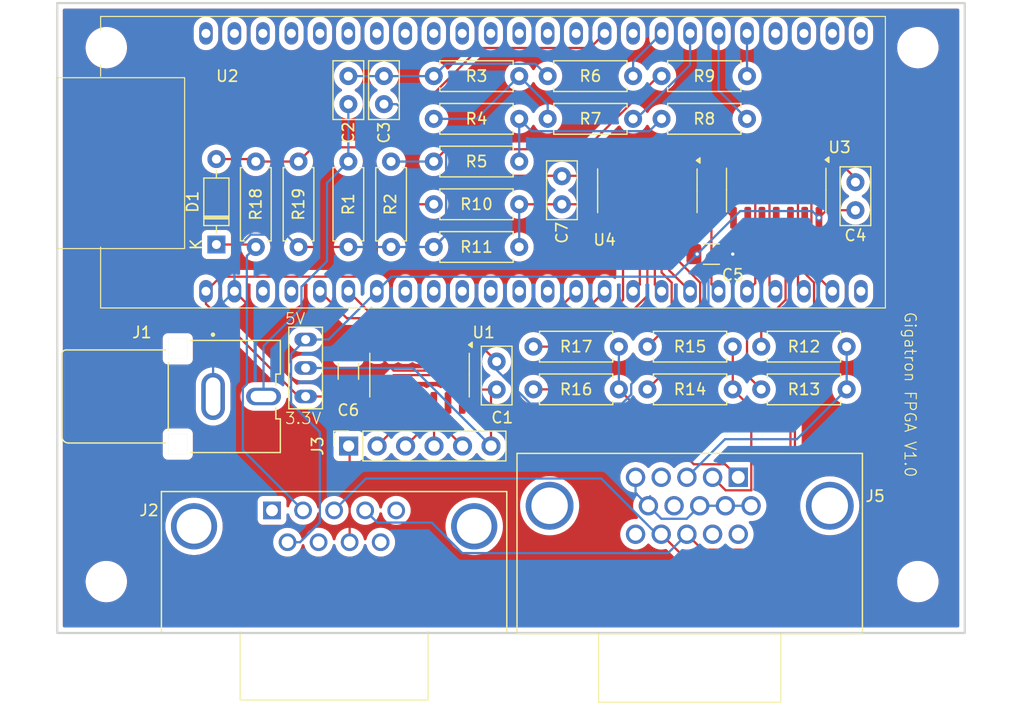
<source format=kicad_pcb>
(kicad_pcb (version 20240108) (generator "pcbnew") (generator_version "8.0")
  (layers (0 "F.Cu" signal) (31 "B.Cu" signal) (34 "B.Paste" user) (35 "F.Paste" user) (36 "B.SilkS" user "B.Silkscreen") (37 "F.SilkS" user "F.Silkscreen") (38 "B.Mask" user) (39 "F.Mask" user) (44 "Edge.Cuts" user))
  (net 0 "")
  (net 1 "/VSYNC")
  (net 2 "/Blue")
  (net 4 "/HSYNC")
  (net 5 "/Green")
  (net 6 "+5V")
  (net 7 "GND")
  (net 8 "/DATA")
  (net 11 "Net-(U3-B4)")
  (net 12 "Net-(U3-B3)")
  (net 13 "Net-(R2-Pad2)")
  (net 16 "+3.3V")
  (net 17 "/LATCH")
  (net 18 "/PULSE")
  (net 19 "Net-(J3-Pin_6)")
  (net 20 "Net-(C2-Pad2)")
  (net 21 "Net-(C2-Pad1)")
  (net 22 "Net-(U3-OE)")
  (net 23 "Net-(J3-Pin_3)")
  (net 24 "Net-(J3-Pin_4)")
  (net 25 "Net-(J3-Pin_5)")
  (net 26 "Net-(J3-Pin_2)")
  (net 31 "/Red")
  (net 32 "Net-(R3-Pad2)")
  (net 33 "Net-(R4-Pad2)")
  (net 34 "Net-(U2-PIN28_IOB11B)")
  (net 35 "Net-(U2-PIN27_IOB11A)")
  (net 36 "Net-(U2-PIN26_IOB8B)")
  (net 37 "Net-(U2-PIN25_IOB8A)")
  (net 38 "Net-(U4-B1)")
  (net 39 "Net-(U4-B2)")
  (net 40 "Net-(U4-B3)")
  (net 41 "Net-(U4-B4)")
  (net 42 "Net-(U1-A3)")
  (net 45 "Net-(U1-A4)")
  (net 46 "Net-(U1-A2)")
  (net 47 "Net-(U1-A1)")
  (net 48 "Net-(U2-PIN80_IOT12A_1V8)")
  (net 49 "Net-(U2-PIN82_IOT11A_1V8)")
  (net 50 "Net-(U2-PIN83_IOT10B_1V8)")
  (net 51 "Net-(U2-PIN81_IOT11B_1V)")
  (net 53 "Net-(U2-PIN79_IOT12B_1V8)")
  (net 54 "Net-(U2-PIN84_IOT10A_1V8)")
  (net 59 "Net-(D1-A)")
  (footprint "parts:AMPHENOL_L717SDE09PA4CH4R" (layer "F.Cu") (at 127.205 137.945)
    (property "Reference" "J2")
    (property "Value" "NES Controller")
  )
  (footprint "Resistor_THT:R_Axial_DIN0207_L6.3mm_D2.5mm_P7.62mm_Horizontal" (layer "F.Cu") (at 146.05 101.6)
    (property "Reference" "R7")
    (property "Value" "20k")
  )
  (footprint "Package_SO:SOIC-14_3.9x8.7mm_P1.27mm" (layer "F.Cu") (at 166.435 107.95 -90)
    (property "Reference" "U3")
    (property "Value" "TXB0104D")
  )
  (footprint "Resistor_THT:R_Axial_DIN0207_L6.3mm_D2.5mm_P7.62mm_Horizontal" (layer "F.Cu") (at 135.89 101.6)
    (property "Reference" "R4")
    (property "Value" "10k")
  )
  (footprint "Resistor_THT:R_Axial_DIN0207_L6.3mm_D2.5mm_P7.62mm_Horizontal" (layer "F.Cu") (at 123.825 105.41 -90)
    (property "Reference" "R19")
    (property "Value" "10k")
  )
  (footprint "Package_SO:SOIC-14_3.9x8.7mm_P1.27mm" (layer "F.Cu") (at 154.94 108.015 -90)
    (property "Reference" "U4")
    (property "Value" "TXB0104D")
  )
  (footprint "Resistor_THT:R_Axial_DIN0207_L6.3mm_D2.5mm_P7.62mm_Horizontal" (layer "F.Cu") (at 154.94 121.92)
    (property "Reference" "R15")
    (property "Value" "750")
  )
  (footprint "Capacitor_THT:C_Disc_D5.0mm_W2.5mm_P2.50mm" (layer "F.Cu") (at 173.5 109.75 90)
    (property "Reference" "C4")
    (property "Value" "0.1µ")
  )
  (footprint "Resistor_THT:R_Axial_DIN0207_L6.3mm_D2.5mm_P7.62mm_Horizontal" (layer "F.Cu") (at 143.51 105.41 180)
    (property "Reference" "R5")
    (property "Value" "10k")
  )
  (footprint "parts:TangNano9k" (layer "F.Cu") (at 146.05 105.55 180)
    (property "Reference" "U2")
    (property "Value" "Tang Nano 9K")
  )
  (footprint "Connector_PinSocket_2.54mm:PinSocket_1x06_P2.54mm_Vertical" (layer "F.Cu") (at 128.295 130.785 90)
    (property "Reference" "J3")
    (property "Value" "Conn_01x06_Socket")
  )
  (footprint "Resistor_THT:R_Axial_DIN0207_L6.3mm_D2.5mm_P7.62mm_Horizontal" (layer "F.Cu") (at 144.78 125.73)
    (property "Reference" "R16")
    (property "Value" "1k5")
  )
  (footprint "parts:Jumper" (layer "F.Cu") (at 124.46 123.825 90)
    (property "Reference" "JP1" (hide yes))
    (property "Value" "Jumper_3_Bridged12")
  )
  (footprint "Resistor_THT:R_Axial_DIN0207_L6.3mm_D2.5mm_P7.62mm_Horizontal" (layer "F.Cu") (at 165.1 125.73)
    (property "Reference" "R13")
    (property "Value" "750")
  )
  (footprint "Resistor_THT:R_Axial_DIN0207_L6.3mm_D2.5mm_P7.62mm_Horizontal" (layer "F.Cu") (at 128.27 105.41 -90)
    (property "Reference" "R1")
    (property "Value" "10k")
  )
  (footprint "Capacitor_SMD:C_1206_3216Metric_Pad1.33x1.80mm_HandSolder" (layer "F.Cu") (at 128.27 124.1175 -90)
    (property "Reference" "C6")
    (property "Value" "0.1µ")
  )
  (footprint "parts:CUI_RCJ-041" (layer "F.Cu") (at 112.205 126.365 180)
    (property "Reference" "J1")
    (property "Value" "Audio")
    (fp_line (start 0 5.15) (end 0 3.35) (stroke (width 0.01)) (layer "Edge.Cuts"))
    (fp_line (start 0 3.35) (end -1.7 3.35) (stroke (width 0.01)) (layer "Edge.Cuts"))
    (fp_line (start 0 -3.35) (end 0 -5.15) (stroke (width 0.01)) (layer "Edge.Cuts"))
    (fp_line (start 0 -5.15) (end -1.7 -5.15) (stroke (width 0.01)) (layer "Edge.Cuts"))
    (fp_line (start -1.7 5.15) (end 0 5.15) (stroke (width 0.01)) (layer "Edge.Cuts"))
    (fp_line (start -1.7 3.35) (end -1.7 5.15) (stroke (width 0.01)) (layer "Edge.Cuts"))
    (fp_line (start -1.7 -3.35) (end 0 -3.35) (stroke (width 0.01)) (layer "Edge.Cuts"))
    (fp_line (start -1.7 -5.15) (end -1.7 -3.35) (stroke (width 0.01)) (layer "Edge.Cuts"))
  )
  (footprint "parts:AMPHENOL_L77HDE15SD1CH4R" (layer "F.Cu") (at 158.71825 136.1125)
    (property "Reference" "J5")
    (property "Value" "VGA")
  )
  (footprint "Resistor_THT:R_Axial_DIN0207_L6.3mm_D2.5mm_P7.62mm_Horizontal" (layer "F.Cu") (at 156.21 97.79)
    (property "Reference" "R9")
    (property "Value" "20k")
  )
  (footprint "Resistor_THT:R_Axial_DIN0207_L6.3mm_D2.5mm_P7.62mm_Horizontal" (layer "F.Cu") (at 135.89 97.79)
    (property "Reference" "R3")
    (property "Value" "10k")
  )
  (footprint "Resistor_THT:R_Axial_DIN0207_L6.3mm_D2.5mm_P7.62mm_Horizontal" (layer "F.Cu") (at 146.05 97.79)
    (property "Reference" "R6")
    (property "Value" "20k")
  )
  (footprint "Resistor_THT:R_Axial_DIN0207_L6.3mm_D2.5mm_P7.62mm_Horizontal" (layer "F.Cu") (at 135.89 109.22)
    (property "Reference" "R10")
    (property "Value" "1k8")
  )
  (footprint "Capacitor_SMD:C_1206_3216Metric_Pad1.33x1.80mm_HandSolder" (layer "F.Cu") (at 160.655 113.665 180)
    (property "Reference" "C5")
    (property "Value" "0.1µ")
  )
  (footprint "Resistor_THT:R_Axial_DIN0207_L6.3mm_D2.5mm_P7.62mm_Horizontal" (layer "F.Cu") (at 156.21 101.6)
    (property "Reference" "R8")
    (property "Value" "20k")
  )
  (footprint "MountingHole:MountingHole_3.2mm_M3" (layer "F.Cu") (at 179.07 95.25)
    (property "Reference" "REF**" (hide yes))
    (property "Value" "MountingHole_3.2mm_M3")
  )
  (footprint "Resistor_THT:R_Axial_DIN0207_L6.3mm_D2.5mm_P7.62mm_Horizontal" (layer "F.Cu") (at 120.015 113.03 90)
    (property "Reference" "R18")
    (property "Value" "5k1")
  )
  (footprint "Capacitor_THT:C_Disc_D5.0mm_W2.5mm_P2.50mm" (layer "F.Cu") (at 141.5 125.75 90)
    (property "Reference" "C1")
    (property "Value" "0.1µ")
  )
  (footprint "MountingHole:MountingHole_3.2mm_M3" (layer "F.Cu") (at 106.68 142.875)
    (property "Reference" "REF**" (hide yes))
    (property "Value" "MountingHole_3.2mm_M3")
  )
  (footprint "Resistor_THT:R_Axial_DIN0207_L6.3mm_D2.5mm_P7.62mm_Horizontal" (layer "F.Cu") (at 144.78 121.92)
    (property "Reference" "R17")
    (property "Value" "750")
  )
  (footprint "Package_SO:SOIC-14_3.9x8.7mm_P1.27mm" (layer "F.Cu") (at 134.62 124.46 -90)
    (property "Reference" "U1")
    (property "Value" "TXB0104D")
  )
  (footprint "Capacitor_THT:C_Disc_D5.0mm_W2.5mm_P2.50mm" (layer "F.Cu") (at 128.27 100.29 90)
    (property "Reference" "C2")
    (property "Value" "0.1µ")
  )
  (footprint "Capacitor_THT:C_Disc_D5.0mm_W2.5mm_P2.50mm" (layer "F.Cu") (at 131.445 97.79 -90)
    (property "Reference" "C3")
    (property "Value" "0.1µ")
  )
  (footprint "Resistor_THT:R_Axial_DIN0207_L6.3mm_D2.5mm_P7.62mm_Horizontal" (layer "F.Cu") (at 154.94 125.73)
    (property "Reference" "R14")
    (property "Value" "1k5")
  )
  (footprint "MountingHole:MountingHole_3.2mm_M3" (layer "F.Cu") (at 179.07 142.875)
    (property "Reference" "REF**" (hide yes))
    (property "Value" "MountingHole_3.2mm_M3")
  )
  (footprint "Capacitor_THT:C_Disc_D5.0mm_W2.5mm_P2.50mm" (layer "F.Cu") (at 147.32 109.22 90)
    (property "Reference" "C7")
    (property "Value" "0.1µ")
  )
  (footprint "Resistor_THT:R_Axial_DIN0207_L6.3mm_D2.5mm_P7.62mm_Horizontal" (layer "F.Cu") (at 165.1 121.92)
    (property "Reference" "R12")
    (property "Value" "1k5")
  )
  (footprint "Diode_THT:D_DO-35_SOD27_P7.62mm_Horizontal" (layer "F.Cu") (at 116.5 112.81 90)
    (property "Reference" "D1")
    (property "Value" "1N4148")
  )
  (footprint "Resistor_THT:R_Axial_DIN0207_L6.3mm_D2.5mm_P7.62mm_Horizontal" (layer "F.Cu") (at 132.08 113.03 90)
    (property "Reference" "R2")
    (property "Value" "20k")
  )
  (footprint "Resistor_THT:R_Axial_DIN0207_L6.3mm_D2.5mm_P7.62mm_Horizontal" (layer "F.Cu") (at 143.51 113.03 180)
    (property "Reference" "R11")
    (property "Value" "2k2")
  )
  (footprint "MountingHole:MountingHole_3.2mm_M3" (layer "F.Cu") (at 106.68 95.25)
    (property "Reference" "REF**" (hide yes))
    (property "Value" "MountingHole_3.2mm_M3")
  )
  (gr_rect (start 102.305 91.275) (end 183.255 147.46) (stroke (width 0.2)) (fill none) (layer "Edge.Cuts"))
  (gr_text "3.3V" (at 122.555 128.905 0) (layer "F.SilkS") (effects (font (size 1 1) (thickness 0.1)) (justify left bottom)))
  (gr_text "Gigatron FPGA V1.0" (at 177.8 118.745 270) (layer "F.SilkS") (effects (font (size 1 1) (thickness 0.1)) (justify left bottom)))
  (gr_text "5V" (at 122.555 120.015 0) (layer "F.SilkS") (effects (font (size 1 1) (thickness 0.1)) (justify left bottom)))
  (segment (start 164.300686 140.43) (end 168.105 136.625686) (width 0.2) (layer "F.Cu") (net 1))
  (segment (start 169.81 116.207208) (end 168.975 115.372208) (width 0.2) (layer "F.Cu") (net 1))
  (segment (start 169.81 118.215) (end 169.81 116.207208) (width 0.2) (layer "F.Cu") (net 1))
  (segment (start 168.975 115.372208) (end 168.975 110.425) (width 0.2) (layer "F.Cu") (net 1))
  (segment (start 168.105 119.92) (end 169.81 118.215) (width 0.2) (layer "F.Cu") (net 1))
  (segment (start 168.105 136.625686) (end 168.105 119.92) (width 0.2) (layer "F.Cu") (net 1))
  (segment (start 156.17825 138.6525) (end 157.95575 140.43) (width 0.2) (layer "F.Cu") (net 1))
  (segment (start 157.95575 140.43) (end 164.300686 140.43) (width 0.2) (layer "F.Cu") (net 1))
  (segment (start 127 136.525) (end 129.8455 133.6795) (width 0.2) (layer "B.Cu") (net 1))
  (segment (start 155.7975 138.6525) (end 156.17825 138.6525) (width 0.2) (layer "B.Cu") (net 1))
  (segment (start 150.8245 133.6795) (end 155.7975 138.6525) (width 0.2) (layer "B.Cu") (net 1))
  (segment (start 129.8455 133.6795) (end 150.8245 133.6795) (width 0.2) (layer "B.Cu") (net 1))
  (segment (start 158.46825 133.5725) (end 161.86575 130.175) (width 0.2) (layer "B.Cu") (net 2))
  (segment (start 168.275 130.175) (end 172.72 125.73) (width 0.2) (layer "B.Cu") (net 2))
  (segment (start 161.86575 130.175) (end 168.275 130.175) (width 0.2) (layer "B.Cu") (net 2))
  (segment (start 172.72 121.92) (end 172.72 125.73) (width 0.2) (layer "B.Cu") (net 2))
  (segment (start 164.135 140.03) (end 159.84575 140.03) (width 0.2) (layer "F.Cu") (net 4))
  (segment (start 159.84575 140.03) (end 158.46825 138.6525) (width 0.2) (layer "F.Cu") (net 4))
  (segment (start 167.705 136.46) (end 164.135 140.03) (width 0.2) (layer "F.Cu") (net 4))
  (segment (start 167.705 110.425) (end 167.705 136.46) (width 0.2) (layer "F.Cu") (net 4))
  (segment (start 156.78575 140.335) (end 158.46825 138.6525) (width 0.2) (layer "B.Cu") (net 4))
  (segment (start 130.8575 137.6125) (end 135.7075 137.6125) (width 0.2) (layer "B.Cu") (net 4))
  (segment (start 138.43 140.335) (end 156.78575 140.335) (width 0.2) (layer "B.Cu") (net 4))
  (segment (start 129.77 136.525) (end 130.8575 137.6125) (width 0.2) (layer "B.Cu") (net 4))
  (segment (start 135.7075 137.6125) (end 138.43 140.335) (width 0.2) (layer "B.Cu") (net 4))
  (segment (start 164.21075 134.735) (end 164.21075 127.38075) (width 0.2) (layer "F.Cu") (net 5))
  (segment (start 164.21075 127.38075) (end 162.56 125.73) (width 0.2) (layer "F.Cu") (net 5))
  (segment (start 160.75825 133.5725) (end 161.92075 134.735) (width 0.2) (layer "F.Cu") (net 5))
  (segment (start 162.56 121.92) (end 162.56 125.73) (width 0.2) (layer "F.Cu") (net 5))
  (segment (start 161.92075 134.735) (end 164.21075 134.735) (width 0.2) (layer "F.Cu") (net 5))
  (segment (start 158.75 113.3225) (end 159.0925 113.665) (width 0.2) (layer "F.Cu") (net 6))
  (segment (start 170.92 109.75) (end 170.245 110.425) (width 0.2) (layer "F.Cu") (net 6))
  (segment (start 173.5 109.75) (end 170.92 109.75) (width 0.2) (layer "F.Cu") (net 6))
  (segment (start 158.75 110.49) (end 158.75 113.3225) (width 0.2) (layer "F.Cu") (net 6))
  (via (at 170.245 110.425) (size 0.6) (drill 0.3) (layers "F.Cu" "B.Cu") (net 6))
  (via (at 159.385 113.665) (size 0.6) (drill 0.3) (layers "F.Cu" "B.Cu") (net 6))
  (segment (start 132.11 115.68) (end 157.37 115.68) (width 0.2) (layer "B.Cu") (net 6))
  (segment (start 126.505 121.285) (end 124.46 121.285) (width 0.2) (layer "B.Cu") (net 6))
  (segment (start 122.845 139.365) (end 123.958693 139.365) (width 0.2) (layer "B.Cu") (net 6))
  (segment (start 170.245 110.425) (end 169.645 109.825) (width 0.2) (layer "B.Cu") (net 6))
  (segment (start 125.73 137.593693) (end 125.73 129.54) (width 0.2) (layer "B.Cu") (net 6))
  (segment (start 125.73 129.54) (end 123.16 126.97) (width 0.2) (layer "B.Cu") (net 6))
  (segment (start 130.81 116.98) (end 126.505 121.285) (width 0.2) (layer "B.Cu") (net 6))
  (segment (start 157.37 115.68) (end 159.385 113.665) (width 0.2) (layer "B.Cu") (net 6))
  (segment (start 123.958693 139.365) (end 125.73 137.593693) (width 0.2) (layer "B.Cu") (net 6))
  (segment (start 169.645 109.825) (end 163.225 109.825) (width 0.2) (layer "B.Cu") (net 6))
  (segment (start 130.81 116.98) (end 132.11 115.68) (width 0.2) (layer "B.Cu") (net 6))
  (segment (start 163.225 109.825) (end 159.385 113.665) (width 0.2) (layer "B.Cu") (net 6))
  (segment (start 123.16 122.585) (end 124.46 121.285) (width 0.2) (layer "B.Cu") (net 6))
  (segment (start 123.16 126.97) (end 123.16 122.585) (width 0.2) (layer "B.Cu") (net 6))
  (segment (start 173.5 107.25) (end 173.5 106.894314) (width 0.2) (layer "F.Cu") (net 7))
  (segment (start 149.99 106.68) (end 142.24 106.68) (width 0.2) (layer "F.Cu") (net 7))
  (segment (start 162.625 104.500001) (end 162.625 105.475) (width 0.2) (layer "F.Cu") (net 7))
  (segment (start 139.075 120.71) (end 139.075 120.825) (width 0.2) (layer "F.Cu") (net 7))
  (segment (start 173.5 106.894314) (end 170.345686 103.74) (width 0.2) (layer "F.Cu") (net 7))
  (segment (start 151.8 104.524448) (end 152.819448 103.505) (width 0.2) (layer "F.Cu") (net 7))
  (segment (start 127.735 131.345) (end 128.295 130.785) (width 0.2) (layer "F.Cu") (net 7))
  (segment (start 138.089448 120.71) (end 137.794314 121.005134) (width 0.2) (layer "F.Cu") (net 7))
  (segment (start 136.994314 124.06) (end 132.315 124.06) (width 0.2) (layer "F.Cu") (net 7))
  (segment (start 163.385001 103.74) (end 162.625 104.500001) (width 0.2) (layer "F.Cu") (net 7))
  (segment (start 137.794314 123.26) (end 136.994314 124.06) (width 0.2) (layer "F.Cu") (net 7))
  (segment (start 152.819448 103.505) (end 160.655 103.505) (width 0.2) (layer "F.Cu") (net 7))
  (segment (start 137.794314 121.005134) (end 137.794314 123.26) (width 0.2) (layer "F.Cu") (net 7))
  (segment (start 130.81 122.555) (end 130.81 121.985) (width 0.2) (layer "F.Cu") (net 7))
  (segment (start 151.8 104.87) (end 151.8 104.524448) (width 0.2) (layer "F.Cu") (net 7))
  (segment (start 139.075 120.825) (end 141.5 123.25) (width 0.2) (layer "F.Cu") (net 7))
  (segment (start 118.11 116.98) (end 123.685 122.555) (width 0.2) (layer "F.Cu") (net 7))
  (segment (start 123.685 122.555) (end 128.27 122.555) (width 0.2) (layer "F.Cu") (net 7))
  (segment (start 170.345686 103.74) (end 163.385001 103.74) (width 0.2) (layer "F.Cu") (net 7))
  (segment (start 128.385 130.875) (end 128.295 130.785) (width 0.2) (layer "F.Cu") (net 7))
  (segment (start 130.24 122.555) (end 128.27 122.555) (width 0.2) (layer "F.Cu") (net 7))
  (segment (start 142.24 106.68) (end 135.89 113.03) (width 0.2) (layer "F.Cu") (net 7))
  (segment (start 160.655 103.505) (end 162.625 105.475) (width 0.2) (layer "F.Cu") (net 7))
  (segment (start 151.13 105.54) (end 149.99 106.68) (width 0.2) (layer "F.Cu") (net 7))
  (segment (start 132.315 124.06) (end 130.81 122.555) (width 0.2) (layer "F.Cu") (net 7))
  (segment (start 128.385 139.365) (end 128.385 130.875) (width 0.2) (layer "F.Cu") (net 7))
  (segment (start 130.81 121.985) (end 130.24 122.555) (width 0.2) (layer "F.Cu") (net 7))
  (segment (start 139.075 120.71) (end 138.089448 120.71) (width 0.2) (layer "F.Cu") (net 7))
  (segment (start 151.13 105.54) (end 151.8 104.87) (width 0.2) (layer "F.Cu") (net 7))
  (segment (start 123.825 113.03) (end 128.27 113.03) (width 0.2) (layer "F.Cu") (net 7))
  (via (at 162.56 113.665) (size 0.6) (drill 0.3) (layers "F.Cu" "B.Cu") (net 7))
  (segment (start 128.27 113.03) (end 135.89 113.03) (width 0.2) (layer "B.Cu") (net 7))
  (segment (start 155.03325 136.1125) (end 156.19575 137.275) (width 0.2) (layer "B.Cu") (net 7))
  (segment (start 116.205 118.885) (end 118.11 116.98) (width 0.2) (layer "B.Cu") (net 7))
  (segment (start 136.99 111.93) (end 135.89 113.03) (width 0.2) (layer "B.Cu") (net 7))
  (segment (start 153.5 125.274365) (end 160.39 118.384365) (width 0.2) (layer "B.Cu") (net 7))
  (segment (start 144.494365 127) (end 152.685635 127) (width 0.2) (layer "B.Cu") (net 7))
  (segment (start 128.295 130.785) (end 127.67 130.16) (width 0.2) (layer "B.Cu") (net 7))
  (segment (start 119.559365 111.93) (end 122.725 111.93) (width 0.2) (layer "B.Cu") (net 7))
  (segment (start 153.88825 134.9675) (end 155.03325 136.1125) (width 0.2) (layer "B.Cu") (net 7))
  (segment (start 132.57637 100.29) (end 136.99 104.70363) (width 0.2) (layer "B.Cu") (net 7))
  (segment (start 153.88825 133.5725) (end 153.88825 134.9675) (width 0.2) (layer "B.Cu") (net 7))
  (segment (start 141.5 124.005635) (end 144.494365 127) (width 0.2) (layer "B.Cu") (net 7))
  (segment (start 152.685635 127) (end 153.5 126.185635) (width 0.2) (layer "B.Cu") (net 7))
  (segment (start 160.39 115.835) (end 162.56 113.665) (width 0.2) (layer "B.Cu") (net 7))
  (segment (start 116.205 126.365) (end 116.205 118.885) (width 0.2) (layer "B.Cu") (net 7))
  (segment (start 122.725 111.93) (end 123.825 113.03) (width 0.2) (layer "B.Cu") (net 7))
  (segment (start 160.39 118.384365) (end 160.39 115.835) (width 0.2) (layer "B.Cu") (net 7))
  (segment (start 164.19325 136.1125) (end 159.61325 136.1125) (width 0.2) (layer "B.Cu") (net 7))
  (segment (start 156.19575 137.275) (end 158.45075 137.275) (width 0.2) (layer "B.Cu") (net 7))
  (segment (start 131.445 100.29) (end 132.57637 100.29) (width 0.2) (layer "B.Cu") (net 7))
  (segment (start 155.19 135.255) (end 155.19 136.65) (width 0.2) (layer "B.Cu") (net 7))
  (segment (start 118.11 113.379365) (end 119.559365 111.93) (width 0.2) (layer "B.Cu") (net 7))
  (segment (start 118.11 116.98) (end 118.11 113.379365) (width 0.2) (layer "B.Cu") (net 7))
  (segment (start 158.45075 137.275) (end 159.61325 136.1125) (width 0.2) (layer "B.Cu") (net 7))
  (segment (start 153.5 126.185635) (end 153.5 125.274365) (width 0.2) (layer "B.Cu") (net 7))
  (segment (start 136.99 104.70363) (end 136.99 111.93) (width 0.2) (layer "B.Cu") (net 7))
  (segment (start 141.5 123.25) (end 141.5 124.005635) (width 0.2) (layer "B.Cu") (net 7))
  (segment (start 119.795 112.81) (end 120.015 113.03) (width 0.2) (layer "F.Cu") (net 8))
  (segment (start 116.5 112.81) (end 119.795 112.81) (width 0.2) (layer "F.Cu") (net 8))
  (segment (start 118.855 131.15) (end 124.23 136.525) (width 0.2) (layer "B.Cu") (net 8))
  (segment (start 118.855 125.62) (end 118.855 131.15) (width 0.2) (layer "B.Cu") (net 8))
  (segment (start 123.945 136.6) (end 123.625 136.92) (width 0.2) (layer "B.Cu") (net 8))
  (segment (start 119.215001 113.829999) (end 119.215001 125.259999) (width 0.2) (layer "B.Cu") (net 8))
  (segment (start 120.015 113.03) (end 119.215001 113.829999) (width 0.2) (layer "B.Cu") (net 8))
  (segment (start 119.215001 125.259999) (end 118.855 125.62) (width 0.2) (layer "B.Cu") (net 8))
  (segment (start 163.83 124.46) (end 165.1 125.73) (width 0.2) (layer "F.Cu") (net 11))
  (segment (start 165.165 110.425) (end 165.165 119.292106) (width 0.2) (layer "F.Cu") (net 11))
  (segment (start 163.83 120.627106) (end 163.83 124.46) (width 0.2) (layer "F.Cu") (net 11))
  (segment (start 165.165 119.292106) (end 163.83 120.627106) (width 0.2) (layer "F.Cu") (net 11))
  (segment (start 165.1 119.922792) (end 167.27 117.752792) (width 0.2) (layer "F.Cu") (net 12))
  (segment (start 165.1 121.92) (end 165.1 119.922792) (width 0.2) (layer "F.Cu") (net 12))
  (segment (start 166.435 111.825) (end 166.435 110.425) (width 0.2) (layer "F.Cu") (net 12))
  (segment (start 167.27 112.66) (end 166.435 111.825) (width 0.2) (layer "F.Cu") (net 12))
  (segment (start 167.27 117.752792) (end 167.27 112.66) (width 0.2) (layer "F.Cu") (net 12))
  (segment (start 155.924365 97.79) (end 149.404365 104.31) (width 0.2) (layer "F.Cu") (net 13))
  (segment (start 136.99 104.31) (end 135.89 105.41) (width 0.2) (layer "F.Cu") (net 13))
  (segment (start 149.404365 104.31) (end 136.99 104.31) (width 0.2) (layer "F.Cu") (net 13))
  (segment (start 156.21 97.79) (end 155.924365 97.79) (width 0.2) (layer "F.Cu") (net 13))
  (segment (start 132.08 105.41) (end 135.49 105.41) (width 0.2) (layer "B.Cu") (net 13))
  (segment (start 135.89 104.735) (end 135.89 105.469) (width 0.2) (layer "B.Cu") (net 13))
  (segment (start 128.27 125.68) (end 127.585 126.365) (width 0.2) (layer "F.Cu") (net 16))
  (segment (start 115.57 118.11) (end 115.57 116.98) (width 0.2) (layer "F.Cu") (net 16))
  (segment (start 116.87 115.68) (end 129.43 115.68) (width 0.2) (layer "F.Cu") (net 16))
  (segment (start 128.27 125.68) (end 129.555 125.68) (width 0.2) (layer "F.Cu") (net 16))
  (segment (start 132.310001 124.46) (end 137.16 124.46) (width 0.2) (layer "F.Cu") (net 16))
  (segment (start 129.43 115.68) (end 130.81 114.3) (width 0.2) (layer "F.Cu") (net 16))
  (segment (start 123.825 126.365) (end 115.57 118.11) (width 0.2) (layer "F.Cu") (net 16))
  (segment (start 115.57 116.98) (end 116.87 115.68) (width 0.2) (layer "F.Cu") (net 16))
  (segment (start 132.715 109.22) (end 135.89 109.22) (width 0.2) (layer "F.Cu") (net 16))
  (segment (start 137.16 124.46) (end 138.43 123.19) (width 0.2) (layer "F.Cu") (net 16))
  (segment (start 130.81 125.960001) (end 132.310001 124.46) (width 0.2) (layer "F.Cu") (net 16))
  (segment (start 130.81 111.125) (end 132.715 109.22) (width 0.2) (layer "F.Cu") (net 16))
  (segment (start 138.43 123.19) (end 138.43 121.985) (width 0.2) (layer "F.Cu") (net 16))
  (segment (start 130.81 126.935) (end 130.81 125.960001) (width 0.2) (layer "F.Cu") (net 16))
  (segment (start 127.585 126.365) (end 123.825 126.365) (width 0.2) (layer "F.Cu") (net 16))
  (segment (start 129.555 125.68) (end 130.81 126.935) (width 0.2) (layer "F.Cu") (net 16))
  (segment (start 130.81 114.3) (end 130.81 111.125) (width 0.2) (layer "F.Cu") (net 16))
  (segment (start 171.45 116.98) (end 169.575 115.105) (width 0.2) (layer "F.Cu") (net 17))
  (segment (start 169.575 106.075) (end 168.975 105.475) (width 0.2) (layer "F.Cu") (net 17))
  (segment (start 169.575 115.105) (end 169.575 106.075) (width 0.2) (layer "F.Cu") (net 17))
  (segment (start 168.375 106.145) (end 167.705 105.475) (width 0.2) (layer "F.Cu") (net 18))
  (segment (start 168.375 116.445) (end 168.375 106.145) (width 0.2) (layer "F.Cu") (net 18))
  (segment (start 168.91 116.98) (end 168.375 116.445) (width 0.2) (layer "F.Cu") (net 18))
  (segment (start 139.615 125.75) (end 138.43 126.935) (width 0.2) (layer "F.Cu") (net 19))
  (segment (start 140.995 126.255) (end 141.5 125.75) (width 0.2) (layer "F.Cu") (net 19))
  (segment (start 140.995 130.785) (end 140.995 126.255) (width 0.2) (layer "F.Cu") (net 19))
  (segment (start 141.5 125.75) (end 139.615 125.75) (width 0.2) (layer "F.Cu") (net 19))
  (segment (start 134.035 123.825) (end 140.995 130.785) (width 0.2) (layer "B.Cu") (net 19))
  (segment (start 124.46 123.825) (end 134.035 123.825) (width 0.2) (layer "B.Cu") (net 19))
  (segment (start 135.89 97.79) (end 136.99 96.69) (width 0.2) (layer "B.Cu") (net 20))
  (segment (start 136.99 96.69) (end 144.95 96.69) (width 0.2) (layer "B.Cu") (net 20))
  (segment (start 144.95 96.69) (end 146.05 97.79) (width 0.2) (layer "B.Cu") (net 20))
  (segment (start 128.27 97.79) (end 131.445 97.79) (width 0.2) (layer "B.Cu") (net 20))
  (segment (start 135.89 97.79) (end 131.445 97.79) (width 0.2) (layer "B.Cu") (net 20))
  (segment (start 128.27 100.29) (end 128.27 105.41) (width 0.2) (layer "B.Cu") (net 21))
  (segment (start 128.27 105.41) (end 126.365 107.315) (width 0.2) (layer "B.Cu") (net 21))
  (segment (start 124.09 118.48) (end 120.705 121.865) (width 0.2) (layer "B.Cu") (net 21))
  (segment (start 120.705 121.865) (end 120.705 126.365) (width 0.2) (layer "B.Cu") (net 21))
  (segment (start 126.365 107.315) (end 126.365 114.3) (width 0.2) (layer "B.Cu") (net 21))
  (segment (start 126.365 114.3) (end 124.09 116.575) (width 0.2) (layer "B.Cu") (net 21))
  (segment (start 124.09 116.575) (end 124.09 118.48) (width 0.2) (layer "B.Cu") (net 21))
  (segment (start 153.454448 104.14) (end 158.324999 104.14) (width 0.2) (layer "F.Cu") (net 22))
  (segment (start 170.245 104.205) (end 170.245 105.475) (width 0.2) (layer "F.Cu") (net 22))
  (segment (start 158.324999 104.14) (end 158.75 104.565001) (width 0.2) (layer "F.Cu") (net 22))
  (segment (start 163.295 106.58) (end 163.295 104.459448) (width 0.2) (layer "F.Cu") (net 22))
  (segment (start 151.13 110.49) (end 151.13 108.425552) (width 0.2) (layer "F.Cu") (net 22))
  (segment (start 158.75 106.55) (end 162.625 110.425) (width 0.2) (layer "F.Cu") (net 22))
  (segment (start 163.614448 104.14) (end 170.18 104.14) (width 0.2) (layer "F.Cu") (net 22))
  (segment (start 158.75 105.41) (end 160.094866 106.754866) (width 0.2) (layer "F.Cu") (net 22))
  (segment (start 149.86 109.22) (end 151.13 110.49) (width 0.2) (layer "F.Cu") (net 22))
  (segment (start 163.295 104.459448) (end 163.614448 104.14) (width 0.2) (layer "F.Cu") (net 22))
  (segment (start 158.75 104.565001) (end 158.75 105.54) (width 0.2) (layer "F.Cu") (net 22))
  (segment (start 163.120134 106.754866) (end 163.295 106.58) (width 0.2) (layer "F.Cu") (net 22))
  (segment (start 170.18 104.14) (end 170.245 104.205) (width 0.2) (layer "F.Cu") (net 22))
  (segment (start 143.51 109.22) (end 149.86 109.22) (width 0.2) (layer "F.Cu") (net 22))
  (segment (start 151.13 108.425552) (end 153.035 106.520552) (width 0.2) (layer "F.Cu") (net 22))
  (segment (start 153.035 106.520552) (end 153.035 104.559448) (width 0.2) (layer "F.Cu") (net 22))
  (segment (start 160.094866 106.754866) (end 163.120134 106.754866) (width 0.2) (layer "F.Cu") (net 22))
  (segment (start 153.035 104.559448) (end 153.454448 104.14) (width 0.2) (layer "F.Cu") (net 22))
  (segment (start 158.75 105.54) (end 158.75 106.55) (width 0.2) (layer "F.Cu") (net 22))
  (segment (start 143.51 109.22) (end 143.51 113.03) (width 0.2) (layer "B.Cu") (net 22))
  (segment (start 133.375 130.785) (end 134.62 129.54) (width 0.2) (layer "F.Cu") (net 23))
  (segment (start 134.62 129.54) (end 134.62 126.935) (width 0.2) (layer "F.Cu") (net 23))
  (segment (start 135.915 126.96) (end 135.89 126.935) (width 0.2) (layer "F.Cu") (net 24))
  (segment (start 135.915 130.785) (end 135.915 126.96) (width 0.2) (layer "F.Cu") (net 24))
  (segment (start 137.16 129.49) (end 137.16 126.935) (width 0.2) (layer "F.Cu") (net 25))
  (segment (start 138.455 130.785) (end 137.16 129.49) (width 0.2) (layer "F.Cu") (net 25))
  (segment (start 130.835 130.785) (end 133.35 128.27) (width 0.2) (layer "F.Cu") (net 26))
  (segment (start 133.35 128.27) (end 133.35 126.935) (width 0.2) (layer "F.Cu") (net 26))
  (segment (start 161.88575 132.41) (end 163.04825 133.5725) (width 0.2) (layer "F.Cu") (net 31))
  (segment (start 152.4 125.73) (end 159.08 132.41) (width 0.2) (layer "F.Cu") (net 31))
  (segment (start 159.08 132.41) (end 161.88575 132.41) (width 0.2) (layer "F.Cu") (net 31))
  (segment (start 152.4 121.92) (end 152.4 125.73) (width 0.2) (layer "B.Cu") (net 31))
  (segment (start 146.05 100.33) (end 146.05 101.6) (width 0.2) (layer "B.Cu") (net 32))
  (segment (start 143.51 97.79) (end 146.05 100.33) (width 0.2) (layer "B.Cu") (net 32))
  (segment (start 135.89 101.6) (end 139.7 101.6) (width 0.2) (layer "B.Cu") (net 32))
  (segment (start 139.7 101.6) (end 143.51 97.79) (width 0.2) (layer "B.Cu") (net 32))
  (segment (start 143.51 101.6) (end 144.61 102.7) (width 0.2) (layer "B.Cu") (net 33))
  (segment (start 155.11 102.7) (end 156.21 101.6) (width 0.2) (layer "B.Cu") (net 33))
  (segment (start 144.61 102.7) (end 155.11 102.7) (width 0.2) (layer "B.Cu") (net 33))
  (segment (start 143.51 105.41) (end 143.51 101.6) (width 0.2) (layer "B.Cu") (net 33))
  (segment (start 153.67 96.52) (end 153.67 97.79) (width 0.2) (layer "B.Cu") (net 34))
  (segment (start 153.67 96.52) (end 156.21 93.98) (width 0.2) (layer "B.Cu") (net 34))
  (segment (start 153.955635 101.6) (end 153.67 101.6) (width 0.2) (layer "B.Cu") (net 35))
  (segment (start 158.75 93.98) (end 158.75 96.805635) (width 0.2) (layer "B.Cu") (net 35))
  (segment (start 158.75 96.805635) (end 153.955635 101.6) (width 0.2) (layer "B.Cu") (net 35))
  (segment (start 161.29 93.98) (end 161.29 99.06) (width 0.2) (layer "B.Cu") (net 36))
  (segment (start 161.29 99.06) (end 163.83 101.6) (width 0.2) (layer "B.Cu") (net 36))
  (segment (start 163.83 97.79) (end 163.83 93.98) (width 0.2) (layer "B.Cu") (net 37))
  (segment (start 159.65 116.207208) (end 159.65 121.02) (width 0.2) (layer "F.Cu") (net 38))
  (segment (start 159.65 121.02) (end 154.94 125.73) (width 0.2) (layer "F.Cu") (net 38))
  (segment (start 157.48 114.037208) (end 159.65 116.207208) (width 0.2) (layer "F.Cu") (net 38))
  (segment (start 157.48 110.49) (end 157.48 114.037208) (width 0.2) (layer "F.Cu") (net 38))
  (segment (start 156.21 115.307208) (end 157.11 116.207208) (width 0.2) (layer "F.Cu") (net 39))
  (segment (start 156.21 110.49) (end 156.21 115.307208) (width 0.2) (layer "F.Cu") (net 39))
  (segment (start 157.11 116.207208) (end 157.11 119.75) (width 0.2) (layer "F.Cu") (net 39))
  (segment (start 157.11 119.75) (end 154.94 121.92) (width 0.2) (layer "F.Cu") (net 39))
  (segment (start 144.78 125.73) (end 146.592792 125.73) (width 0.2) (layer "F.Cu") (net 40))
  (segment (start 144.78 125.729999) (end 144.78 125.73) (width 0.2) (layer "F.Cu") (net 40))
  (segment (start 154.94 117.382792) (end 154.94 110.49) (width 0.2) (layer "F.Cu") (net 40))
  (segment (start 146.592792 125.73) (end 154.94 117.382792) (width 0.2) (layer "F.Cu") (net 40))
  (segment (start 152.77 117.74) (end 152.77 113.295) (width 0.2) (layer "F.Cu") (net 41))
  (segment (start 144.78 121.92) (end 148.59 121.92) (width 0.2) (layer "F.Cu") (net 41))
  (segment (start 148.59 121.92) (end 152.77 117.74) (width 0.2) (layer "F.Cu") (net 41))
  (segment (start 152.77 113.295) (end 153.67 112.395) (width 0.2) (layer "F.Cu") (net 41))
  (segment (start 153.67 112.395) (end 153.67 110.49) (width 0.2) (layer "F.Cu") (net 41))
  (segment (start 134.22 118.98) (end 134.62 119.38) (width 0.2) (layer "F.Cu") (net 42))
  (segment (start 128.27 116.98) (end 130.27 118.98) (width 0.2) (layer "F.Cu") (net 42))
  (segment (start 130.27 118.98) (end 134.22 118.98) (width 0.2) (layer "F.Cu") (net 42))
  (segment (start 134.62 119.38) (end 134.62 121.985) (width 0.2) (layer "F.Cu") (net 42))
  (segment (start 133.054999 119.38) (end 133.35 119.675001) (width 0.2) (layer "F.Cu") (net 45))
  (segment (start 128.13 119.38) (end 133.054999 119.38) (width 0.2) (layer "F.Cu") (net 45))
  (segment (start 133.35 119.675001) (end 133.35 121.985) (width 0.2) (layer "F.Cu") (net 45))
  (segment (start 125.73 116.98) (end 128.13 119.38) (width 0.2) (layer "F.Cu") (net 45))
  (segment (start 136.538751 118.98) (end 135.89 119.628751) (width 0.2) (layer "F.Cu") (net 46))
  (segment (start 146.59 118.98) (end 136.538751 118.98) (width 0.2) (layer "F.Cu") (net 46))
  (segment (start 148.59 116.98) (end 146.59 118.98) (width 0.2) (layer "F.Cu") (net 46))
  (segment (start 135.89 119.628751) (end 135.89 121.985) (width 0.2) (layer "F.Cu") (net 46))
  (segment (start 137.16 120.17375) (end 137.16 121.985) (width 0.2) (layer "F.Cu") (net 47))
  (segment (start 148.73 119.38) (end 137.95375 119.38) (width 0.2) (layer "F.Cu") (net 47))
  (segment (start 137.95375 119.38) (end 137.16 120.17375) (width 0.2) (layer "F.Cu") (net 47))
  (segment (start 151.13 116.98) (end 148.73 119.38) (width 0.2) (layer "F.Cu") (net 47))
  (segment (start 156.21 116.98) (end 155.61 116.38) (width 0.2) (layer "F.Cu") (net 48))
  (segment (start 155.61 116.38) (end 155.61 106.21) (width 0.2) (layer "F.Cu") (net 48))
  (segment (start 155.61 106.21) (end 154.94 105.54) (width 0.2) (layer "F.Cu") (net 48))
  (segment (start 156.21 116.98) (end 155.81 116.58) (width 0.2) (layer "B.Cu") (net 48))
  (segment (start 157.48 105.885552) (end 157.48 105.54) (width 0.2) (layer "F.Cu") (net 49))
  (segment (start 160.655 109.060552) (end 157.48 105.885552) (width 0.2) (layer "F.Cu") (net 49))
  (segment (start 160.655 116.345) (end 160.655 109.060552) (width 0.2) (layer "F.Cu") (net 49))
  (segment (start 161.29 116.98) (end 160.655 116.345) (width 0.2) (layer "F.Cu") (net 49))
  (segment (start 163.83 116.98) (end 164.565 116.245) (width 0.2) (layer "F.Cu") (net 50))
  (segment (start 164.565 116.245) (end 164.565 106.075) (width 0.2) (layer "F.Cu") (net 50))
  (segment (start 164.565 106.075) (end 165.165 105.475) (width 0.2) (layer "F.Cu") (net 50))
  (segment (start 156.88 115.11) (end 156.88 106.21) (width 0.2) (layer "F.Cu") (net 51))
  (segment (start 156.88 106.21) (end 156.21 105.54) (width 0.2) (layer "F.Cu") (net 51))
  (segment (start 158.75 116.98) (end 156.88 115.11) (width 0.2) (layer "F.Cu") (net 51))
  (segment (start 153.67 116.98) (end 154.27 116.38) (width 0.2) (layer "F.Cu") (net 53))
  (segment (start 154.27 106.14) (end 153.67 105.54) (width 0.2) (layer "F.Cu") (net 53))
  (segment (start 154.27 116.38) (end 154.27 106.14) (width 0.2) (layer "F.Cu") (net 53))
  (segment (start 165.835 106.075) (end 166.435 105.475) (width 0.2) (layer "F.Cu") (net 54))
  (segment (start 165.835 116.445) (end 165.835 106.075) (width 0.2) (layer "F.Cu") (net 54))
  (segment (start 166.37 116.98) (end 165.835 116.445) (width 0.2) (layer "F.Cu") (net 54))
  (segment (start 119.795 105.19) (end 120.015 105.41) (width 0.2) (layer "F.Cu") (net 59))
  (segment (start 131.095635 104.14) (end 125.095 104.14) (width 0.2) (layer "F.Cu") (net 59))
  (segment (start 151.13 93.98) (end 149.83 95.28) (width 0.2) (layer "F.Cu") (net 59))
  (segment (start 139.955635 95.28) (end 131.095635 104.14) (width 0.2) (layer "F.Cu") (net 59))
  (segment (start 123.825 105.41) (end 120.015 105.41) (width 0.2) (layer "F.Cu") (net 59))
  (segment (start 125.095 104.14) (end 123.825 105.41) (width 0.2) (layer "F.Cu") (net 59))
  (segment (start 149.83 95.28) (end 139.955635 95.28) (width 0.2) (layer "F.Cu") (net 59))
  (segment (start 116.5 105.19) (end 119.795 105.19) (width 0.2) (layer "F.Cu") (net 59))
  (zone (net 7) (net_name "GND") (layers "F&B.Cu") (connect_pads no (clearance 0.5)) (min_thickness 0.25) (fill yes (thermal_gap 0.5) (thermal_bridge_width 0.5))
    (polygon (pts (xy 102 91) (xy 183.5 91) (xy 183.5 148) (xy 102 148)))
  )
)
</source>
